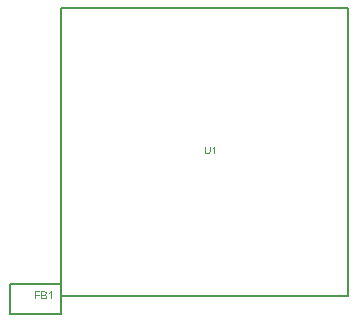
<source format=gbr>
%TF.GenerationSoftware,Altium Limited,Altium Designer,21.9.2 (33)*%
G04 Layer_Color=16711935*
%FSLAX45Y45*%
%MOMM*%
%TF.SameCoordinates,8C9FB855-A7A5-4AEE-82B0-D85B10D48A85*%
%TF.FilePolarity,Positive*%
%TF.FileFunction,Other,Top_Assembly*%
%TF.Part,Single*%
G01*
G75*
%TA.AperFunction,NonConductor*%
%ADD66C,0.20000*%
G36*
X14274342Y8537459D02*
Y8537320D01*
Y8537043D01*
Y8536557D01*
Y8535864D01*
X14274274Y8535032D01*
X14274203Y8534131D01*
X14274133Y8533090D01*
X14274065Y8531912D01*
X14273788Y8529485D01*
X14273441Y8526919D01*
X14272887Y8524423D01*
X14272539Y8523244D01*
X14272124Y8522134D01*
Y8522065D01*
X14272054Y8521857D01*
X14271915Y8521580D01*
X14271707Y8521164D01*
X14271429Y8520678D01*
X14271153Y8520123D01*
X14270320Y8518875D01*
X14269835Y8518113D01*
X14269279Y8517419D01*
X14268587Y8516587D01*
X14267892Y8515824D01*
X14267061Y8515061D01*
X14266229Y8514299D01*
X14265257Y8513605D01*
X14264218Y8512912D01*
X14264149Y8512843D01*
X14263940Y8512773D01*
X14263664Y8512565D01*
X14263177Y8512357D01*
X14262624Y8512080D01*
X14261929Y8511802D01*
X14261166Y8511456D01*
X14260197Y8511178D01*
X14259225Y8510832D01*
X14258116Y8510485D01*
X14256868Y8510208D01*
X14255551Y8509930D01*
X14254094Y8509722D01*
X14252570Y8509514D01*
X14250974Y8509445D01*
X14249310Y8509375D01*
X14248409D01*
X14247784Y8509445D01*
X14247021D01*
X14246188Y8509514D01*
X14245149Y8509653D01*
X14244109Y8509791D01*
X14241753Y8510138D01*
X14239255Y8510693D01*
X14236829Y8511456D01*
X14235649Y8511872D01*
X14234540Y8512426D01*
X14234471Y8512496D01*
X14234264Y8512565D01*
X14233984Y8512773D01*
X14233640Y8512981D01*
X14233153Y8513328D01*
X14232597Y8513744D01*
X14232043Y8514160D01*
X14231419Y8514715D01*
X14230032Y8515963D01*
X14228716Y8517488D01*
X14227467Y8519291D01*
X14226912Y8520331D01*
X14226427Y8521372D01*
Y8521441D01*
X14226358Y8521649D01*
X14226219Y8521996D01*
X14226080Y8522481D01*
X14225871Y8523036D01*
X14225664Y8523799D01*
X14225456Y8524631D01*
X14225249Y8525601D01*
X14224971Y8526711D01*
X14224763Y8527890D01*
X14224554Y8529207D01*
X14224416Y8530663D01*
X14224208Y8532189D01*
X14224139Y8533853D01*
X14224001Y8535587D01*
Y8537459D01*
Y8574418D01*
X14232460D01*
Y8537459D01*
Y8537390D01*
Y8537112D01*
Y8536696D01*
Y8536072D01*
X14232529Y8535379D01*
Y8534616D01*
X14232597Y8533714D01*
X14232668Y8532813D01*
X14232806Y8530802D01*
X14233084Y8528791D01*
X14233501Y8526850D01*
X14233708Y8525948D01*
X14233984Y8525185D01*
Y8525116D01*
X14234055Y8525047D01*
X14234125Y8524839D01*
X14234264Y8524561D01*
X14234679Y8523799D01*
X14235233Y8522966D01*
X14235927Y8521926D01*
X14236829Y8520956D01*
X14237938Y8519985D01*
X14239255Y8519083D01*
X14239325D01*
X14239462Y8519014D01*
X14239671Y8518875D01*
X14239949Y8518737D01*
X14240295Y8518598D01*
X14240781Y8518459D01*
X14241266Y8518251D01*
X14241821Y8518043D01*
X14243208Y8517696D01*
X14244803Y8517350D01*
X14246605Y8517072D01*
X14248547Y8517003D01*
X14249449D01*
X14250073Y8517072D01*
X14250835Y8517142D01*
X14251736Y8517211D01*
X14252708Y8517350D01*
X14253748Y8517558D01*
X14255898Y8518043D01*
X14257007Y8518390D01*
X14258116Y8518806D01*
X14259155Y8519291D01*
X14260127Y8519846D01*
X14261029Y8520470D01*
X14261861Y8521233D01*
X14261929Y8521302D01*
X14262070Y8521441D01*
X14262207Y8521718D01*
X14262485Y8522065D01*
X14262762Y8522550D01*
X14263109Y8523174D01*
X14263525Y8523937D01*
X14263872Y8524839D01*
X14264218Y8525879D01*
X14264635Y8527058D01*
X14264981Y8528375D01*
X14265257Y8529831D01*
X14265536Y8531496D01*
X14265744Y8533298D01*
X14265813Y8535309D01*
X14265883Y8537459D01*
Y8574418D01*
X14274342D01*
Y8537459D01*
D02*
G37*
G36*
X14314838Y8510416D02*
X14307002D01*
Y8560411D01*
X14306863Y8560272D01*
X14306517Y8559926D01*
X14305893Y8559440D01*
X14304991Y8558747D01*
X14303951Y8557915D01*
X14302634Y8557013D01*
X14301178Y8556043D01*
X14299513Y8555002D01*
X14299445D01*
X14299306Y8554864D01*
X14299097Y8554725D01*
X14298750Y8554586D01*
X14298335Y8554309D01*
X14297849Y8554101D01*
X14296741Y8553477D01*
X14295493Y8552853D01*
X14294106Y8552159D01*
X14292648Y8551535D01*
X14291261Y8550981D01*
Y8558539D01*
X14291331Y8558608D01*
X14291539Y8558678D01*
X14291885Y8558886D01*
X14292371Y8559094D01*
X14292926Y8559371D01*
X14293619Y8559787D01*
X14294382Y8560203D01*
X14295145Y8560619D01*
X14296948Y8561729D01*
X14298889Y8563046D01*
X14300900Y8564433D01*
X14302773Y8566028D01*
X14302843Y8566097D01*
X14302982Y8566236D01*
X14303258Y8566444D01*
X14303606Y8566791D01*
X14303951Y8567207D01*
X14304437Y8567623D01*
X14305476Y8568802D01*
X14306656Y8570050D01*
X14307834Y8571506D01*
X14308875Y8573031D01*
X14309776Y8574626D01*
X14314838D01*
Y8510416D01*
D02*
G37*
G36*
X12929039Y7283599D02*
X12921204D01*
Y7333594D01*
X12921065Y7333455D01*
X12920718Y7333109D01*
X12920094Y7332623D01*
X12919193Y7331930D01*
X12918152Y7331098D01*
X12916835Y7330196D01*
X12915379Y7329226D01*
X12913715Y7328185D01*
X12913644D01*
X12913506Y7328047D01*
X12913298Y7327908D01*
X12912952Y7327769D01*
X12912537Y7327492D01*
X12912050Y7327284D01*
X12910941Y7326660D01*
X12909692Y7326036D01*
X12908305Y7325342D01*
X12906850Y7324718D01*
X12905463Y7324164D01*
Y7331722D01*
X12905531Y7331791D01*
X12905740Y7331861D01*
X12906087Y7332069D01*
X12906572Y7332277D01*
X12907127Y7332554D01*
X12907820Y7332970D01*
X12908583Y7333386D01*
X12909346Y7333802D01*
X12911150Y7334912D01*
X12913091Y7336229D01*
X12915102Y7337616D01*
X12916972Y7339211D01*
X12917043Y7339280D01*
X12917181Y7339419D01*
X12917459Y7339627D01*
X12917805Y7339974D01*
X12918152Y7340390D01*
X12918639Y7340806D01*
X12919678Y7341985D01*
X12920857Y7343233D01*
X12922035Y7344689D01*
X12923076Y7346214D01*
X12923978Y7347809D01*
X12929039D01*
Y7283599D01*
D02*
G37*
G36*
X12868434Y7347532D02*
X12869197D01*
X12869960Y7347463D01*
X12870860Y7347324D01*
X12872664Y7347116D01*
X12874675Y7346769D01*
X12876547Y7346284D01*
X12878349Y7345590D01*
X12878419D01*
X12878558Y7345521D01*
X12878766Y7345382D01*
X12879112Y7345244D01*
X12879875Y7344758D01*
X12880916Y7344134D01*
X12882025Y7343302D01*
X12883134Y7342262D01*
X12884244Y7341014D01*
X12885284Y7339627D01*
Y7339558D01*
X12885423Y7339419D01*
X12885492Y7339211D01*
X12885699Y7338934D01*
X12885909Y7338587D01*
X12886116Y7338101D01*
X12886601Y7337061D01*
X12887018Y7335813D01*
X12887434Y7334357D01*
X12887711Y7332831D01*
X12887849Y7331167D01*
Y7331098D01*
Y7330959D01*
Y7330751D01*
Y7330474D01*
X12887711Y7329711D01*
X12887572Y7328671D01*
X12887296Y7327492D01*
X12886879Y7326175D01*
X12886324Y7324857D01*
X12885561Y7323470D01*
Y7323401D01*
X12885492Y7323332D01*
X12885353Y7323124D01*
X12885146Y7322846D01*
X12884660Y7322222D01*
X12883897Y7321390D01*
X12882996Y7320489D01*
X12881818Y7319518D01*
X12880499Y7318547D01*
X12878905Y7317646D01*
X12878973D01*
X12879182Y7317576D01*
X12879459Y7317437D01*
X12879875Y7317299D01*
X12880360Y7317091D01*
X12880916Y7316883D01*
X12882164Y7316259D01*
X12883620Y7315496D01*
X12885075Y7314456D01*
X12886533Y7313277D01*
X12887781Y7311821D01*
X12887849Y7311751D01*
X12887920Y7311613D01*
X12888058Y7311405D01*
X12888266Y7311127D01*
X12888544Y7310711D01*
X12888821Y7310226D01*
X12889098Y7309671D01*
X12889375Y7309047D01*
X12889931Y7307660D01*
X12890485Y7305996D01*
X12890831Y7304124D01*
X12890970Y7303153D01*
Y7302113D01*
Y7302044D01*
Y7301905D01*
Y7301697D01*
Y7301350D01*
X12890901Y7300934D01*
Y7300518D01*
X12890762Y7299409D01*
X12890485Y7298091D01*
X12890138Y7296704D01*
X12889653Y7295179D01*
X12889029Y7293723D01*
Y7293653D01*
X12888959Y7293584D01*
X12888821Y7293376D01*
X12888683Y7293098D01*
X12888266Y7292405D01*
X12887711Y7291573D01*
X12887086Y7290602D01*
X12886255Y7289631D01*
X12885353Y7288661D01*
X12884312Y7287759D01*
X12884175Y7287690D01*
X12883829Y7287412D01*
X12883205Y7287066D01*
X12882372Y7286580D01*
X12881401Y7286095D01*
X12880222Y7285540D01*
X12878835Y7285055D01*
X12877310Y7284639D01*
X12877240D01*
X12877103Y7284569D01*
X12876894D01*
X12876547Y7284500D01*
X12876131Y7284431D01*
X12875645Y7284292D01*
X12875092Y7284223D01*
X12874467Y7284153D01*
X12873773Y7284015D01*
X12872942Y7283945D01*
X12871208Y7283737D01*
X12869197Y7283668D01*
X12866978Y7283599D01*
X12842639D01*
Y7347601D01*
X12867810D01*
X12868434Y7347532D01*
D02*
G37*
G36*
X12832030Y7340043D02*
X12797358D01*
Y7320211D01*
X12827383D01*
Y7312653D01*
X12797358D01*
Y7283599D01*
X12788899D01*
Y7347601D01*
X12832030D01*
Y7340043D01*
D02*
G37*
%LPC*%
G36*
X12865106D02*
X12851099D01*
Y7320697D01*
X12866284D01*
X12866840Y7320766D01*
X12868018D01*
X12869334Y7320835D01*
X12870721Y7320974D01*
X12871970Y7321182D01*
X12872525Y7321251D01*
X12873010Y7321390D01*
X12873080D01*
X12873149Y7321459D01*
X12873566Y7321598D01*
X12874120Y7321806D01*
X12874812Y7322153D01*
X12875575Y7322569D01*
X12876408Y7323124D01*
X12877171Y7323817D01*
X12877866Y7324580D01*
X12877934Y7324718D01*
X12878142Y7324996D01*
X12878419Y7325481D01*
X12878697Y7326105D01*
X12878973Y7326937D01*
X12879251Y7327908D01*
X12879459Y7328948D01*
X12879529Y7330196D01*
Y7330266D01*
Y7330335D01*
Y7330751D01*
X12879459Y7331306D01*
X12879321Y7332069D01*
X12879112Y7332970D01*
X12878835Y7333941D01*
X12878490Y7334912D01*
X12877934Y7335813D01*
X12877866Y7335952D01*
X12877657Y7336229D01*
X12877310Y7336645D01*
X12876823Y7337131D01*
X12876199Y7337685D01*
X12875438Y7338240D01*
X12874605Y7338725D01*
X12873566Y7339142D01*
X12873427Y7339211D01*
X12873288D01*
X12873010Y7339280D01*
X12872733Y7339350D01*
X12872318Y7339419D01*
X12871832Y7339488D01*
X12871346Y7339627D01*
X12870721Y7339696D01*
X12869960Y7339766D01*
X12869197Y7339835D01*
X12868295Y7339904D01*
X12867325Y7339974D01*
X12866284D01*
X12865106Y7340043D01*
D02*
G37*
G36*
X12865868Y7313138D02*
X12851099D01*
Y7291157D01*
X12868434D01*
X12869334Y7291226D01*
X12870238D01*
X12871208Y7291296D01*
X12872108Y7291365D01*
X12872803Y7291434D01*
X12872942D01*
X12873288Y7291504D01*
X12873843Y7291642D01*
X12874536Y7291850D01*
X12875299Y7292058D01*
X12876062Y7292405D01*
X12876894Y7292752D01*
X12877657Y7293168D01*
X12877727Y7293237D01*
X12878003Y7293376D01*
X12878349Y7293653D01*
X12878835Y7294069D01*
X12879321Y7294555D01*
X12879875Y7295179D01*
X12880431Y7295872D01*
X12880916Y7296704D01*
X12880984Y7296843D01*
X12881123Y7297120D01*
X12881332Y7297606D01*
X12881609Y7298299D01*
X12881818Y7299062D01*
X12882025Y7299963D01*
X12882164Y7301003D01*
X12882233Y7302113D01*
Y7302182D01*
Y7302252D01*
Y7302460D01*
Y7302737D01*
X12882164Y7303361D01*
X12882025Y7304263D01*
X12881747Y7305233D01*
X12881470Y7306273D01*
X12880984Y7307314D01*
X12880360Y7308354D01*
X12880292Y7308492D01*
X12880014Y7308770D01*
X12879597Y7309255D01*
X12879044Y7309810D01*
X12878281Y7310434D01*
X12877379Y7310989D01*
X12876408Y7311543D01*
X12875230Y7312029D01*
X12875160D01*
X12875092Y7312098D01*
X12874883Y7312167D01*
X12874605Y7312237D01*
X12874258Y7312306D01*
X12873912Y7312376D01*
X12873427Y7312514D01*
X12872871Y7312584D01*
X12872179Y7312722D01*
X12871484Y7312792D01*
X12870721Y7312861D01*
X12869890Y7313000D01*
X12868018Y7313069D01*
X12865868Y7313138D01*
D02*
G37*
%LPD*%
D66*
X13008691Y7312894D02*
Y9743511D01*
Y7312894D02*
X15439310D01*
Y9743511D01*
X13008691D02*
X15439310D01*
X12573589Y7411410D02*
X13004211D01*
Y7155790D02*
Y7411410D01*
X12573589Y7155790D02*
X13004211D01*
X12573589D02*
Y7411410D01*
%TF.MD5,a5f19428fb31420d4113910c92f37a47*%
M02*

</source>
